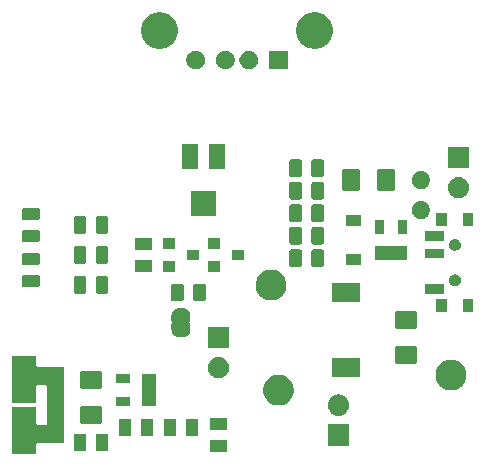
<source format=gbr>
%TF.GenerationSoftware,KiCad,Pcbnew,5.0.2-bee76a0~70~ubuntu18.04.1*%
%TF.CreationDate,2019-02-03T16:19:42+02:00*%
%TF.ProjectId,1Cell_LiPO_BOOST_converter,3143656c-6c5f-44c6-9950-4f5f424f4f53,A*%
%TF.SameCoordinates,Original*%
%TF.FileFunction,Soldermask,Top*%
%TF.FilePolarity,Negative*%
%FSLAX46Y46*%
G04 Gerber Fmt 4.6, Leading zero omitted, Abs format (unit mm)*
G04 Created by KiCad (PCBNEW 5.0.2-bee76a0~70~ubuntu18.04.1) date 2019 m. vasario 03 d. 16:19:42*
%MOMM*%
%LPD*%
G01*
G04 APERTURE LIST*
%ADD10C,0.150000*%
G04 APERTURE END LIST*
D10*
G36*
X129976000Y-113464000D02*
X129978402Y-113488386D01*
X129985515Y-113511835D01*
X129997066Y-113533446D01*
X130012612Y-113552388D01*
X130031554Y-113567934D01*
X130053165Y-113579485D01*
X130076614Y-113586598D01*
X130101000Y-113589000D01*
X132376000Y-113589000D01*
X132376000Y-120091000D01*
X130101000Y-120091000D01*
X130076614Y-120093402D01*
X130053165Y-120100515D01*
X130031554Y-120112066D01*
X130012612Y-120127612D01*
X129997066Y-120146554D01*
X129985515Y-120168165D01*
X129978402Y-120191614D01*
X129976000Y-120216000D01*
X129976000Y-120988500D01*
X127974000Y-120988500D01*
X127974000Y-117041500D01*
X129976000Y-117041500D01*
X129976000Y-118389000D01*
X129978402Y-118413386D01*
X129985515Y-118436835D01*
X129997066Y-118458446D01*
X130012612Y-118477388D01*
X130031554Y-118492934D01*
X130053165Y-118504485D01*
X130076614Y-118511598D01*
X130101000Y-118514000D01*
X130769000Y-118514000D01*
X130793386Y-118511598D01*
X130816835Y-118504485D01*
X130838446Y-118492934D01*
X130857388Y-118477388D01*
X130872934Y-118458446D01*
X130884485Y-118436835D01*
X130891598Y-118413386D01*
X130894000Y-118389000D01*
X130894000Y-115291000D01*
X130891598Y-115266614D01*
X130884485Y-115243165D01*
X130872934Y-115221554D01*
X130857388Y-115202612D01*
X130838446Y-115187066D01*
X130816835Y-115175515D01*
X130793386Y-115168402D01*
X130769000Y-115166000D01*
X130101000Y-115166000D01*
X130076614Y-115168402D01*
X130053165Y-115175515D01*
X130031554Y-115187066D01*
X130012612Y-115202612D01*
X129997066Y-115221554D01*
X129985515Y-115243165D01*
X129978402Y-115266614D01*
X129976000Y-115291000D01*
X129976000Y-116638500D01*
X127974000Y-116638500D01*
X127974000Y-112691500D01*
X129976000Y-112691500D01*
X129976000Y-113464000D01*
X129976000Y-113464000D01*
G37*
G36*
X145999466Y-119783565D02*
X146038137Y-119795296D01*
X146073779Y-119814348D01*
X146105017Y-119839983D01*
X146130652Y-119871221D01*
X146149704Y-119906863D01*
X146161435Y-119945534D01*
X146166000Y-119991888D01*
X146166000Y-120643112D01*
X146161435Y-120689466D01*
X146149704Y-120728137D01*
X146130652Y-120763779D01*
X146105017Y-120795017D01*
X146073779Y-120820652D01*
X146038137Y-120839704D01*
X145999466Y-120851435D01*
X145953112Y-120856000D01*
X144876888Y-120856000D01*
X144830534Y-120851435D01*
X144791863Y-120839704D01*
X144756221Y-120820652D01*
X144724983Y-120795017D01*
X144699348Y-120763779D01*
X144680296Y-120728137D01*
X144668565Y-120689466D01*
X144664000Y-120643112D01*
X144664000Y-119991888D01*
X144668565Y-119945534D01*
X144680296Y-119906863D01*
X144699348Y-119871221D01*
X144724983Y-119839983D01*
X144756221Y-119814348D01*
X144791863Y-119795296D01*
X144830534Y-119783565D01*
X144876888Y-119779000D01*
X145953112Y-119779000D01*
X145999466Y-119783565D01*
X145999466Y-119783565D01*
G37*
G36*
X135929466Y-119268565D02*
X135968137Y-119280296D01*
X136003779Y-119299348D01*
X136035017Y-119324983D01*
X136060652Y-119356221D01*
X136079704Y-119391863D01*
X136091435Y-119430534D01*
X136096000Y-119476888D01*
X136096000Y-120553112D01*
X136091435Y-120599466D01*
X136079704Y-120638137D01*
X136060652Y-120673779D01*
X136035017Y-120705017D01*
X136003779Y-120730652D01*
X135968137Y-120749704D01*
X135929466Y-120761435D01*
X135883112Y-120766000D01*
X135231888Y-120766000D01*
X135185534Y-120761435D01*
X135146863Y-120749704D01*
X135111221Y-120730652D01*
X135079983Y-120705017D01*
X135054348Y-120673779D01*
X135035296Y-120638137D01*
X135023565Y-120599466D01*
X135019000Y-120553112D01*
X135019000Y-119476888D01*
X135023565Y-119430534D01*
X135035296Y-119391863D01*
X135054348Y-119356221D01*
X135079983Y-119324983D01*
X135111221Y-119299348D01*
X135146863Y-119280296D01*
X135185534Y-119268565D01*
X135231888Y-119264000D01*
X135883112Y-119264000D01*
X135929466Y-119268565D01*
X135929466Y-119268565D01*
G37*
G36*
X134054466Y-119268565D02*
X134093137Y-119280296D01*
X134128779Y-119299348D01*
X134160017Y-119324983D01*
X134185652Y-119356221D01*
X134204704Y-119391863D01*
X134216435Y-119430534D01*
X134221000Y-119476888D01*
X134221000Y-120553112D01*
X134216435Y-120599466D01*
X134204704Y-120638137D01*
X134185652Y-120673779D01*
X134160017Y-120705017D01*
X134128779Y-120730652D01*
X134093137Y-120749704D01*
X134054466Y-120761435D01*
X134008112Y-120766000D01*
X133356888Y-120766000D01*
X133310534Y-120761435D01*
X133271863Y-120749704D01*
X133236221Y-120730652D01*
X133204983Y-120705017D01*
X133179348Y-120673779D01*
X133160296Y-120638137D01*
X133148565Y-120599466D01*
X133144000Y-120553112D01*
X133144000Y-119476888D01*
X133148565Y-119430534D01*
X133160296Y-119391863D01*
X133179348Y-119356221D01*
X133204983Y-119324983D01*
X133236221Y-119299348D01*
X133271863Y-119280296D01*
X133310534Y-119268565D01*
X133356888Y-119264000D01*
X134008112Y-119264000D01*
X134054466Y-119268565D01*
X134054466Y-119268565D01*
G37*
G36*
X156476000Y-120281000D02*
X154674000Y-120281000D01*
X154674000Y-118479000D01*
X156476000Y-118479000D01*
X156476000Y-120281000D01*
X156476000Y-120281000D01*
G37*
G36*
X139739466Y-117998565D02*
X139778137Y-118010296D01*
X139813779Y-118029348D01*
X139845017Y-118054983D01*
X139870652Y-118086221D01*
X139889704Y-118121863D01*
X139901435Y-118160534D01*
X139906000Y-118206888D01*
X139906000Y-119283112D01*
X139901435Y-119329466D01*
X139889704Y-119368137D01*
X139870652Y-119403779D01*
X139845017Y-119435017D01*
X139813779Y-119460652D01*
X139778137Y-119479704D01*
X139739466Y-119491435D01*
X139693112Y-119496000D01*
X139041888Y-119496000D01*
X138995534Y-119491435D01*
X138956863Y-119479704D01*
X138921221Y-119460652D01*
X138889983Y-119435017D01*
X138864348Y-119403779D01*
X138845296Y-119368137D01*
X138833565Y-119329466D01*
X138829000Y-119283112D01*
X138829000Y-118206888D01*
X138833565Y-118160534D01*
X138845296Y-118121863D01*
X138864348Y-118086221D01*
X138889983Y-118054983D01*
X138921221Y-118029348D01*
X138956863Y-118010296D01*
X138995534Y-117998565D01*
X139041888Y-117994000D01*
X139693112Y-117994000D01*
X139739466Y-117998565D01*
X139739466Y-117998565D01*
G37*
G36*
X137864466Y-117998565D02*
X137903137Y-118010296D01*
X137938779Y-118029348D01*
X137970017Y-118054983D01*
X137995652Y-118086221D01*
X138014704Y-118121863D01*
X138026435Y-118160534D01*
X138031000Y-118206888D01*
X138031000Y-119283112D01*
X138026435Y-119329466D01*
X138014704Y-119368137D01*
X137995652Y-119403779D01*
X137970017Y-119435017D01*
X137938779Y-119460652D01*
X137903137Y-119479704D01*
X137864466Y-119491435D01*
X137818112Y-119496000D01*
X137166888Y-119496000D01*
X137120534Y-119491435D01*
X137081863Y-119479704D01*
X137046221Y-119460652D01*
X137014983Y-119435017D01*
X136989348Y-119403779D01*
X136970296Y-119368137D01*
X136958565Y-119329466D01*
X136954000Y-119283112D01*
X136954000Y-118206888D01*
X136958565Y-118160534D01*
X136970296Y-118121863D01*
X136989348Y-118086221D01*
X137014983Y-118054983D01*
X137046221Y-118029348D01*
X137081863Y-118010296D01*
X137120534Y-117998565D01*
X137166888Y-117994000D01*
X137818112Y-117994000D01*
X137864466Y-117998565D01*
X137864466Y-117998565D01*
G37*
G36*
X141674466Y-117998565D02*
X141713137Y-118010296D01*
X141748779Y-118029348D01*
X141780017Y-118054983D01*
X141805652Y-118086221D01*
X141824704Y-118121863D01*
X141836435Y-118160534D01*
X141841000Y-118206888D01*
X141841000Y-119283112D01*
X141836435Y-119329466D01*
X141824704Y-119368137D01*
X141805652Y-119403779D01*
X141780017Y-119435017D01*
X141748779Y-119460652D01*
X141713137Y-119479704D01*
X141674466Y-119491435D01*
X141628112Y-119496000D01*
X140976888Y-119496000D01*
X140930534Y-119491435D01*
X140891863Y-119479704D01*
X140856221Y-119460652D01*
X140824983Y-119435017D01*
X140799348Y-119403779D01*
X140780296Y-119368137D01*
X140768565Y-119329466D01*
X140764000Y-119283112D01*
X140764000Y-118206888D01*
X140768565Y-118160534D01*
X140780296Y-118121863D01*
X140799348Y-118086221D01*
X140824983Y-118054983D01*
X140856221Y-118029348D01*
X140891863Y-118010296D01*
X140930534Y-117998565D01*
X140976888Y-117994000D01*
X141628112Y-117994000D01*
X141674466Y-117998565D01*
X141674466Y-117998565D01*
G37*
G36*
X143549466Y-117998565D02*
X143588137Y-118010296D01*
X143623779Y-118029348D01*
X143655017Y-118054983D01*
X143680652Y-118086221D01*
X143699704Y-118121863D01*
X143711435Y-118160534D01*
X143716000Y-118206888D01*
X143716000Y-119283112D01*
X143711435Y-119329466D01*
X143699704Y-119368137D01*
X143680652Y-119403779D01*
X143655017Y-119435017D01*
X143623779Y-119460652D01*
X143588137Y-119479704D01*
X143549466Y-119491435D01*
X143503112Y-119496000D01*
X142851888Y-119496000D01*
X142805534Y-119491435D01*
X142766863Y-119479704D01*
X142731221Y-119460652D01*
X142699983Y-119435017D01*
X142674348Y-119403779D01*
X142655296Y-119368137D01*
X142643565Y-119329466D01*
X142639000Y-119283112D01*
X142639000Y-118206888D01*
X142643565Y-118160534D01*
X142655296Y-118121863D01*
X142674348Y-118086221D01*
X142699983Y-118054983D01*
X142731221Y-118029348D01*
X142766863Y-118010296D01*
X142805534Y-117998565D01*
X142851888Y-117994000D01*
X143503112Y-117994000D01*
X143549466Y-117998565D01*
X143549466Y-117998565D01*
G37*
G36*
X145999466Y-117908565D02*
X146038137Y-117920296D01*
X146073779Y-117939348D01*
X146105017Y-117964983D01*
X146130652Y-117996221D01*
X146149704Y-118031863D01*
X146161435Y-118070534D01*
X146166000Y-118116888D01*
X146166000Y-118768112D01*
X146161435Y-118814466D01*
X146149704Y-118853137D01*
X146130652Y-118888779D01*
X146105017Y-118920017D01*
X146073779Y-118945652D01*
X146038137Y-118964704D01*
X145999466Y-118976435D01*
X145953112Y-118981000D01*
X144876888Y-118981000D01*
X144830534Y-118976435D01*
X144791863Y-118964704D01*
X144756221Y-118945652D01*
X144724983Y-118920017D01*
X144699348Y-118888779D01*
X144680296Y-118853137D01*
X144668565Y-118814466D01*
X144664000Y-118768112D01*
X144664000Y-118116888D01*
X144668565Y-118070534D01*
X144680296Y-118031863D01*
X144699348Y-117996221D01*
X144724983Y-117964983D01*
X144756221Y-117939348D01*
X144791863Y-117920296D01*
X144830534Y-117908565D01*
X144876888Y-117904000D01*
X145953112Y-117904000D01*
X145999466Y-117908565D01*
X145999466Y-117908565D01*
G37*
G36*
X135395562Y-116933181D02*
X135430477Y-116943773D01*
X135462665Y-116960978D01*
X135490873Y-116984127D01*
X135514022Y-117012335D01*
X135531227Y-117044523D01*
X135541819Y-117079438D01*
X135546000Y-117121895D01*
X135546000Y-118263105D01*
X135541819Y-118305562D01*
X135531227Y-118340477D01*
X135514022Y-118372665D01*
X135490873Y-118400873D01*
X135462665Y-118424022D01*
X135430477Y-118441227D01*
X135395562Y-118451819D01*
X135353105Y-118456000D01*
X133886895Y-118456000D01*
X133844438Y-118451819D01*
X133809523Y-118441227D01*
X133777335Y-118424022D01*
X133749127Y-118400873D01*
X133725978Y-118372665D01*
X133708773Y-118340477D01*
X133698181Y-118305562D01*
X133694000Y-118263105D01*
X133694000Y-117121895D01*
X133698181Y-117079438D01*
X133708773Y-117044523D01*
X133725978Y-117012335D01*
X133749127Y-116984127D01*
X133777335Y-116960978D01*
X133809523Y-116943773D01*
X133844438Y-116933181D01*
X133886895Y-116929000D01*
X135353105Y-116929000D01*
X135395562Y-116933181D01*
X135395562Y-116933181D01*
G37*
G36*
X155685442Y-115945518D02*
X155751627Y-115952037D01*
X155864853Y-115986384D01*
X155921467Y-116003557D01*
X156060087Y-116077652D01*
X156077991Y-116087222D01*
X156113729Y-116116552D01*
X156215186Y-116199814D01*
X156298448Y-116301271D01*
X156327778Y-116337009D01*
X156327779Y-116337011D01*
X156411443Y-116493533D01*
X156411443Y-116493534D01*
X156462963Y-116663373D01*
X156480359Y-116840000D01*
X156462963Y-117016627D01*
X156439378Y-117094376D01*
X156411443Y-117186467D01*
X156405869Y-117196895D01*
X156327778Y-117342991D01*
X156298448Y-117378729D01*
X156215186Y-117480186D01*
X156113729Y-117563448D01*
X156077991Y-117592778D01*
X156077989Y-117592779D01*
X155921467Y-117676443D01*
X155864853Y-117693616D01*
X155751627Y-117727963D01*
X155685442Y-117734482D01*
X155619260Y-117741000D01*
X155530740Y-117741000D01*
X155464558Y-117734482D01*
X155398373Y-117727963D01*
X155285147Y-117693616D01*
X155228533Y-117676443D01*
X155072011Y-117592779D01*
X155072009Y-117592778D01*
X155036271Y-117563448D01*
X154934814Y-117480186D01*
X154851552Y-117378729D01*
X154822222Y-117342991D01*
X154744131Y-117196895D01*
X154738557Y-117186467D01*
X154710622Y-117094376D01*
X154687037Y-117016627D01*
X154669641Y-116840000D01*
X154687037Y-116663373D01*
X154738557Y-116493534D01*
X154738557Y-116493533D01*
X154822221Y-116337011D01*
X154822222Y-116337009D01*
X154851552Y-116301271D01*
X154934814Y-116199814D01*
X155036271Y-116116552D01*
X155072009Y-116087222D01*
X155089913Y-116077652D01*
X155228533Y-116003557D01*
X155285147Y-115986384D01*
X155398373Y-115952037D01*
X155464558Y-115945518D01*
X155530740Y-115939000D01*
X155619260Y-115939000D01*
X155685442Y-115945518D01*
X155685442Y-115945518D01*
G37*
G36*
X140111000Y-116896000D02*
X138949000Y-116896000D01*
X138949000Y-114244000D01*
X140111000Y-114244000D01*
X140111000Y-116896000D01*
X140111000Y-116896000D01*
G37*
G36*
X137911000Y-116896000D02*
X136749000Y-116896000D01*
X136749000Y-116144000D01*
X137911000Y-116144000D01*
X137911000Y-116896000D01*
X137911000Y-116896000D01*
G37*
G36*
X150874485Y-114318996D02*
X150874487Y-114318997D01*
X150874488Y-114318997D01*
X151111255Y-114417069D01*
X151324342Y-114559449D01*
X151505551Y-114740658D01*
X151505553Y-114740661D01*
X151647931Y-114953745D01*
X151744576Y-115187066D01*
X151746004Y-115190515D01*
X151796000Y-115441861D01*
X151796000Y-115698139D01*
X151746004Y-115949485D01*
X151647931Y-116186255D01*
X151505551Y-116399342D01*
X151324342Y-116580551D01*
X151324339Y-116580553D01*
X151111255Y-116722931D01*
X150874488Y-116821003D01*
X150874487Y-116821003D01*
X150874485Y-116821004D01*
X150623139Y-116871000D01*
X150366861Y-116871000D01*
X150115515Y-116821004D01*
X150115513Y-116821003D01*
X150115512Y-116821003D01*
X149878745Y-116722931D01*
X149665661Y-116580553D01*
X149665658Y-116580551D01*
X149484449Y-116399342D01*
X149342069Y-116186255D01*
X149243996Y-115949485D01*
X149194000Y-115698139D01*
X149194000Y-115441861D01*
X149243996Y-115190515D01*
X149245425Y-115187066D01*
X149342069Y-114953745D01*
X149484447Y-114740661D01*
X149484449Y-114740658D01*
X149665658Y-114559449D01*
X149878745Y-114417069D01*
X150115512Y-114318997D01*
X150115513Y-114318997D01*
X150115515Y-114318996D01*
X150366861Y-114269000D01*
X150623139Y-114269000D01*
X150874485Y-114318996D01*
X150874485Y-114318996D01*
G37*
G36*
X165479485Y-113048996D02*
X165479487Y-113048997D01*
X165479488Y-113048997D01*
X165622187Y-113108105D01*
X165716255Y-113147069D01*
X165929342Y-113289449D01*
X166110551Y-113470658D01*
X166252931Y-113683745D01*
X166351004Y-113920515D01*
X166401000Y-114171861D01*
X166401000Y-114428139D01*
X166373578Y-114566000D01*
X166351003Y-114679488D01*
X166325664Y-114740661D01*
X166252931Y-114916255D01*
X166110551Y-115129342D01*
X165929342Y-115310551D01*
X165929339Y-115310553D01*
X165716255Y-115452931D01*
X165479488Y-115551003D01*
X165479487Y-115551003D01*
X165479485Y-115551004D01*
X165228139Y-115601000D01*
X164971861Y-115601000D01*
X164720515Y-115551004D01*
X164720513Y-115551003D01*
X164720512Y-115551003D01*
X164483745Y-115452931D01*
X164270661Y-115310553D01*
X164270658Y-115310551D01*
X164089449Y-115129342D01*
X163947069Y-114916255D01*
X163874336Y-114740661D01*
X163848997Y-114679488D01*
X163826423Y-114566000D01*
X163799000Y-114428139D01*
X163799000Y-114171861D01*
X163848996Y-113920515D01*
X163947069Y-113683745D01*
X164089449Y-113470658D01*
X164270658Y-113289449D01*
X164483745Y-113147069D01*
X164577813Y-113108105D01*
X164720512Y-113048997D01*
X164720513Y-113048997D01*
X164720515Y-113048996D01*
X164971861Y-112999000D01*
X165228139Y-112999000D01*
X165479485Y-113048996D01*
X165479485Y-113048996D01*
G37*
G36*
X135395562Y-113958181D02*
X135430477Y-113968773D01*
X135462665Y-113985978D01*
X135490873Y-114009127D01*
X135514022Y-114037335D01*
X135531227Y-114069523D01*
X135541819Y-114104438D01*
X135546000Y-114146895D01*
X135546000Y-115288105D01*
X135541819Y-115330562D01*
X135531227Y-115365477D01*
X135514022Y-115397665D01*
X135490873Y-115425873D01*
X135462665Y-115449022D01*
X135430477Y-115466227D01*
X135395562Y-115476819D01*
X135353105Y-115481000D01*
X133886895Y-115481000D01*
X133844438Y-115476819D01*
X133809523Y-115466227D01*
X133777335Y-115449022D01*
X133749127Y-115425873D01*
X133725978Y-115397665D01*
X133708773Y-115365477D01*
X133698181Y-115330562D01*
X133694000Y-115288105D01*
X133694000Y-114146895D01*
X133698181Y-114104438D01*
X133708773Y-114069523D01*
X133725978Y-114037335D01*
X133749127Y-114009127D01*
X133777335Y-113985978D01*
X133809523Y-113968773D01*
X133844438Y-113958181D01*
X133886895Y-113954000D01*
X135353105Y-113954000D01*
X135395562Y-113958181D01*
X135395562Y-113958181D01*
G37*
G36*
X137911000Y-114996000D02*
X136749000Y-114996000D01*
X136749000Y-114244000D01*
X137911000Y-114244000D01*
X137911000Y-114996000D01*
X137911000Y-114996000D01*
G37*
G36*
X145525442Y-112770518D02*
X145591627Y-112777037D01*
X145704853Y-112811384D01*
X145761467Y-112828557D01*
X145874546Y-112889000D01*
X145917991Y-112912222D01*
X145953729Y-112941552D01*
X146055186Y-113024814D01*
X146123540Y-113108105D01*
X146167778Y-113162009D01*
X146167779Y-113162011D01*
X146251443Y-113318533D01*
X146251443Y-113318534D01*
X146302963Y-113488373D01*
X146320359Y-113665000D01*
X146302963Y-113841627D01*
X146268875Y-113954000D01*
X146251443Y-114011467D01*
X146179054Y-114146895D01*
X146167778Y-114167991D01*
X146164600Y-114171863D01*
X146055186Y-114305186D01*
X145953729Y-114388448D01*
X145917991Y-114417778D01*
X145917989Y-114417779D01*
X145761467Y-114501443D01*
X145704853Y-114518616D01*
X145591627Y-114552963D01*
X145525793Y-114559447D01*
X145459260Y-114566000D01*
X145370740Y-114566000D01*
X145304207Y-114559447D01*
X145238373Y-114552963D01*
X145125147Y-114518616D01*
X145068533Y-114501443D01*
X144912011Y-114417779D01*
X144912009Y-114417778D01*
X144876271Y-114388448D01*
X144774814Y-114305186D01*
X144665400Y-114171863D01*
X144662222Y-114167991D01*
X144650946Y-114146895D01*
X144578557Y-114011467D01*
X144561125Y-113954000D01*
X144527037Y-113841627D01*
X144509641Y-113665000D01*
X144527037Y-113488373D01*
X144578557Y-113318534D01*
X144578557Y-113318533D01*
X144662221Y-113162011D01*
X144662222Y-113162009D01*
X144706460Y-113108105D01*
X144774814Y-113024814D01*
X144876271Y-112941552D01*
X144912009Y-112912222D01*
X144955454Y-112889000D01*
X145068533Y-112828557D01*
X145125147Y-112811384D01*
X145238373Y-112777037D01*
X145304558Y-112770518D01*
X145370740Y-112764000D01*
X145459260Y-112764000D01*
X145525442Y-112770518D01*
X145525442Y-112770518D01*
G37*
G36*
X157361000Y-114491000D02*
X155059000Y-114491000D01*
X155059000Y-112889000D01*
X157361000Y-112889000D01*
X157361000Y-114491000D01*
X157361000Y-114491000D01*
G37*
G36*
X162065562Y-111853181D02*
X162100477Y-111863773D01*
X162132665Y-111880978D01*
X162160873Y-111904127D01*
X162184022Y-111932335D01*
X162201227Y-111964523D01*
X162211819Y-111999438D01*
X162216000Y-112041895D01*
X162216000Y-113183105D01*
X162211819Y-113225562D01*
X162201227Y-113260477D01*
X162184022Y-113292665D01*
X162160873Y-113320873D01*
X162132665Y-113344022D01*
X162100477Y-113361227D01*
X162065562Y-113371819D01*
X162023105Y-113376000D01*
X160556895Y-113376000D01*
X160514438Y-113371819D01*
X160479523Y-113361227D01*
X160447335Y-113344022D01*
X160419127Y-113320873D01*
X160395978Y-113292665D01*
X160378773Y-113260477D01*
X160368181Y-113225562D01*
X160364000Y-113183105D01*
X160364000Y-112041895D01*
X160368181Y-111999438D01*
X160378773Y-111964523D01*
X160395978Y-111932335D01*
X160419127Y-111904127D01*
X160447335Y-111880978D01*
X160479523Y-111863773D01*
X160514438Y-111853181D01*
X160556895Y-111849000D01*
X162023105Y-111849000D01*
X162065562Y-111853181D01*
X162065562Y-111853181D01*
G37*
G36*
X146316000Y-112026000D02*
X144514000Y-112026000D01*
X144514000Y-110224000D01*
X146316000Y-110224000D01*
X146316000Y-112026000D01*
X146316000Y-112026000D01*
G37*
G36*
X142502198Y-108654954D02*
X142514450Y-108655556D01*
X142532869Y-108655556D01*
X142555149Y-108657750D01*
X142639236Y-108674476D01*
X142660655Y-108680974D01*
X142739871Y-108713785D01*
X142759607Y-108724335D01*
X142830897Y-108771969D01*
X142848208Y-108786176D01*
X142908824Y-108846792D01*
X142923031Y-108864103D01*
X142970665Y-108935393D01*
X142981215Y-108955129D01*
X143014026Y-109034345D01*
X143020524Y-109055764D01*
X143037250Y-109139851D01*
X143039444Y-109162131D01*
X143039444Y-109180550D01*
X143040046Y-109192802D01*
X143041852Y-109211140D01*
X143041852Y-109698860D01*
X143040263Y-109714999D01*
X143037347Y-109724611D01*
X143032612Y-109733469D01*
X143026237Y-109741237D01*
X143013798Y-109751446D01*
X143003432Y-109758372D01*
X142986105Y-109775698D01*
X142972490Y-109796073D01*
X142963112Y-109818711D01*
X142958331Y-109842745D01*
X142958331Y-109867249D01*
X142963111Y-109891283D01*
X142972487Y-109913922D01*
X142986101Y-109934297D01*
X143003427Y-109951624D01*
X143013796Y-109958552D01*
X143026237Y-109968763D01*
X143032612Y-109976531D01*
X143037347Y-109985389D01*
X143040263Y-109995001D01*
X143041852Y-110011140D01*
X143041852Y-110498861D01*
X143040046Y-110517198D01*
X143039444Y-110529450D01*
X143039444Y-110547869D01*
X143037250Y-110570149D01*
X143020524Y-110654236D01*
X143014026Y-110675655D01*
X142981215Y-110754871D01*
X142970665Y-110774607D01*
X142923031Y-110845897D01*
X142908824Y-110863208D01*
X142848208Y-110923824D01*
X142830897Y-110938031D01*
X142759607Y-110985665D01*
X142739871Y-110996215D01*
X142660655Y-111029026D01*
X142639236Y-111035524D01*
X142555149Y-111052250D01*
X142532869Y-111054444D01*
X142514450Y-111054444D01*
X142502198Y-111055046D01*
X142483861Y-111056852D01*
X141996139Y-111056852D01*
X141977802Y-111055046D01*
X141965550Y-111054444D01*
X141947131Y-111054444D01*
X141924851Y-111052250D01*
X141840764Y-111035524D01*
X141819345Y-111029026D01*
X141740129Y-110996215D01*
X141720393Y-110985665D01*
X141649103Y-110938031D01*
X141631792Y-110923824D01*
X141571176Y-110863208D01*
X141556969Y-110845897D01*
X141509335Y-110774607D01*
X141498785Y-110754871D01*
X141465974Y-110675655D01*
X141459476Y-110654236D01*
X141442750Y-110570149D01*
X141440556Y-110547869D01*
X141440556Y-110529450D01*
X141439954Y-110517198D01*
X141438148Y-110498861D01*
X141438148Y-110011140D01*
X141439737Y-109995001D01*
X141442653Y-109985389D01*
X141447388Y-109976531D01*
X141453763Y-109968763D01*
X141466202Y-109958554D01*
X141476568Y-109951628D01*
X141493895Y-109934302D01*
X141507510Y-109913927D01*
X141516888Y-109891289D01*
X141521669Y-109867255D01*
X141521669Y-109842751D01*
X141516889Y-109818717D01*
X141507513Y-109796078D01*
X141493899Y-109775703D01*
X141476573Y-109758376D01*
X141466204Y-109751448D01*
X141453763Y-109741237D01*
X141447388Y-109733469D01*
X141442653Y-109724611D01*
X141439737Y-109714999D01*
X141438148Y-109698860D01*
X141438148Y-109211140D01*
X141439954Y-109192802D01*
X141440556Y-109180550D01*
X141440556Y-109162131D01*
X141442750Y-109139851D01*
X141459476Y-109055764D01*
X141465974Y-109034345D01*
X141498785Y-108955129D01*
X141509335Y-108935393D01*
X141556969Y-108864103D01*
X141571176Y-108846792D01*
X141631792Y-108786176D01*
X141649103Y-108771969D01*
X141720393Y-108724335D01*
X141740129Y-108713785D01*
X141819345Y-108680974D01*
X141840764Y-108674476D01*
X141924851Y-108657750D01*
X141947131Y-108655556D01*
X141965550Y-108655556D01*
X141977802Y-108654954D01*
X141996140Y-108653148D01*
X142483860Y-108653148D01*
X142502198Y-108654954D01*
X142502198Y-108654954D01*
G37*
G36*
X162065562Y-108878181D02*
X162100477Y-108888773D01*
X162132665Y-108905978D01*
X162160873Y-108929127D01*
X162184022Y-108957335D01*
X162201227Y-108989523D01*
X162211819Y-109024438D01*
X162216000Y-109066895D01*
X162216000Y-110208105D01*
X162211819Y-110250562D01*
X162201227Y-110285477D01*
X162184022Y-110317665D01*
X162160873Y-110345873D01*
X162132665Y-110369022D01*
X162100477Y-110386227D01*
X162065562Y-110396819D01*
X162023105Y-110401000D01*
X160556895Y-110401000D01*
X160514438Y-110396819D01*
X160479523Y-110386227D01*
X160447335Y-110369022D01*
X160419127Y-110345873D01*
X160395978Y-110317665D01*
X160378773Y-110285477D01*
X160368181Y-110250562D01*
X160364000Y-110208105D01*
X160364000Y-109066895D01*
X160368181Y-109024438D01*
X160378773Y-108989523D01*
X160395978Y-108957335D01*
X160419127Y-108929127D01*
X160447335Y-108905978D01*
X160479523Y-108888773D01*
X160514438Y-108878181D01*
X160556895Y-108874000D01*
X162023105Y-108874000D01*
X162065562Y-108878181D01*
X162065562Y-108878181D01*
G37*
G36*
X166981000Y-108976000D02*
X166079000Y-108976000D01*
X166079000Y-107874000D01*
X166981000Y-107874000D01*
X166981000Y-108976000D01*
X166981000Y-108976000D01*
G37*
G36*
X164771000Y-108976000D02*
X163869000Y-108976000D01*
X163869000Y-107874000D01*
X164771000Y-107874000D01*
X164771000Y-108976000D01*
X164771000Y-108976000D01*
G37*
G36*
X157361000Y-108091000D02*
X155059000Y-108091000D01*
X155059000Y-106489000D01*
X157361000Y-106489000D01*
X157361000Y-108091000D01*
X157361000Y-108091000D01*
G37*
G36*
X144184466Y-106568565D02*
X144223137Y-106580296D01*
X144258779Y-106599348D01*
X144290017Y-106624983D01*
X144315652Y-106656221D01*
X144334704Y-106691863D01*
X144346435Y-106730534D01*
X144351000Y-106776888D01*
X144351000Y-107853112D01*
X144346435Y-107899466D01*
X144334704Y-107938137D01*
X144315652Y-107973779D01*
X144290017Y-108005017D01*
X144258779Y-108030652D01*
X144223137Y-108049704D01*
X144184466Y-108061435D01*
X144138112Y-108066000D01*
X143486888Y-108066000D01*
X143440534Y-108061435D01*
X143401863Y-108049704D01*
X143366221Y-108030652D01*
X143334983Y-108005017D01*
X143309348Y-107973779D01*
X143290296Y-107938137D01*
X143278565Y-107899466D01*
X143274000Y-107853112D01*
X143274000Y-106776888D01*
X143278565Y-106730534D01*
X143290296Y-106691863D01*
X143309348Y-106656221D01*
X143334983Y-106624983D01*
X143366221Y-106599348D01*
X143401863Y-106580296D01*
X143440534Y-106568565D01*
X143486888Y-106564000D01*
X144138112Y-106564000D01*
X144184466Y-106568565D01*
X144184466Y-106568565D01*
G37*
G36*
X142309466Y-106568565D02*
X142348137Y-106580296D01*
X142383779Y-106599348D01*
X142415017Y-106624983D01*
X142440652Y-106656221D01*
X142459704Y-106691863D01*
X142471435Y-106730534D01*
X142476000Y-106776888D01*
X142476000Y-107853112D01*
X142471435Y-107899466D01*
X142459704Y-107938137D01*
X142440652Y-107973779D01*
X142415017Y-108005017D01*
X142383779Y-108030652D01*
X142348137Y-108049704D01*
X142309466Y-108061435D01*
X142263112Y-108066000D01*
X141611888Y-108066000D01*
X141565534Y-108061435D01*
X141526863Y-108049704D01*
X141491221Y-108030652D01*
X141459983Y-108005017D01*
X141434348Y-107973779D01*
X141415296Y-107938137D01*
X141403565Y-107899466D01*
X141399000Y-107853112D01*
X141399000Y-106776888D01*
X141403565Y-106730534D01*
X141415296Y-106691863D01*
X141434348Y-106656221D01*
X141459983Y-106624983D01*
X141491221Y-106599348D01*
X141526863Y-106580296D01*
X141565534Y-106568565D01*
X141611888Y-106564000D01*
X142263112Y-106564000D01*
X142309466Y-106568565D01*
X142309466Y-106568565D01*
G37*
G36*
X150239485Y-105428996D02*
X150239487Y-105428997D01*
X150239488Y-105428997D01*
X150289682Y-105449788D01*
X150476255Y-105527069D01*
X150689342Y-105669449D01*
X150870551Y-105850658D01*
X150870553Y-105850661D01*
X151012931Y-106063745D01*
X151079997Y-106225656D01*
X151111004Y-106300515D01*
X151161000Y-106551861D01*
X151161000Y-106808139D01*
X151111004Y-107059485D01*
X151012931Y-107296255D01*
X150870551Y-107509342D01*
X150689342Y-107690551D01*
X150689339Y-107690553D01*
X150476255Y-107832931D01*
X150239488Y-107931003D01*
X150239487Y-107931003D01*
X150239485Y-107931004D01*
X149988139Y-107981000D01*
X149731861Y-107981000D01*
X149480515Y-107931004D01*
X149480513Y-107931003D01*
X149480512Y-107931003D01*
X149243745Y-107832931D01*
X149030661Y-107690553D01*
X149030658Y-107690551D01*
X148849449Y-107509342D01*
X148707069Y-107296255D01*
X148608996Y-107059485D01*
X148559000Y-106808139D01*
X148559000Y-106551861D01*
X148608996Y-106300515D01*
X148640004Y-106225656D01*
X148707069Y-106063745D01*
X148849447Y-105850661D01*
X148849449Y-105850658D01*
X149030658Y-105669449D01*
X149243745Y-105527069D01*
X149430318Y-105449788D01*
X149480512Y-105428997D01*
X149480513Y-105428997D01*
X149480515Y-105428996D01*
X149731861Y-105379000D01*
X149988139Y-105379000D01*
X150239485Y-105428996D01*
X150239485Y-105428996D01*
G37*
G36*
X134054466Y-105933565D02*
X134093137Y-105945296D01*
X134128779Y-105964348D01*
X134160017Y-105989983D01*
X134185652Y-106021221D01*
X134204704Y-106056863D01*
X134216435Y-106095534D01*
X134221000Y-106141888D01*
X134221000Y-107218112D01*
X134216435Y-107264466D01*
X134204704Y-107303137D01*
X134185652Y-107338779D01*
X134160017Y-107370017D01*
X134128779Y-107395652D01*
X134093137Y-107414704D01*
X134054466Y-107426435D01*
X134008112Y-107431000D01*
X133356888Y-107431000D01*
X133310534Y-107426435D01*
X133271863Y-107414704D01*
X133236221Y-107395652D01*
X133204983Y-107370017D01*
X133179348Y-107338779D01*
X133160296Y-107303137D01*
X133148565Y-107264466D01*
X133144000Y-107218112D01*
X133144000Y-106141888D01*
X133148565Y-106095534D01*
X133160296Y-106056863D01*
X133179348Y-106021221D01*
X133204983Y-105989983D01*
X133236221Y-105964348D01*
X133271863Y-105945296D01*
X133310534Y-105933565D01*
X133356888Y-105929000D01*
X134008112Y-105929000D01*
X134054466Y-105933565D01*
X134054466Y-105933565D01*
G37*
G36*
X135929466Y-105933565D02*
X135968137Y-105945296D01*
X136003779Y-105964348D01*
X136035017Y-105989983D01*
X136060652Y-106021221D01*
X136079704Y-106056863D01*
X136091435Y-106095534D01*
X136096000Y-106141888D01*
X136096000Y-107218112D01*
X136091435Y-107264466D01*
X136079704Y-107303137D01*
X136060652Y-107338779D01*
X136035017Y-107370017D01*
X136003779Y-107395652D01*
X135968137Y-107414704D01*
X135929466Y-107426435D01*
X135883112Y-107431000D01*
X135231888Y-107431000D01*
X135185534Y-107426435D01*
X135146863Y-107414704D01*
X135111221Y-107395652D01*
X135079983Y-107370017D01*
X135054348Y-107338779D01*
X135035296Y-107303137D01*
X135023565Y-107264466D01*
X135019000Y-107218112D01*
X135019000Y-106141888D01*
X135023565Y-106095534D01*
X135035296Y-106056863D01*
X135054348Y-106021221D01*
X135079983Y-105989983D01*
X135111221Y-105964348D01*
X135146863Y-105945296D01*
X135185534Y-105933565D01*
X135231888Y-105929000D01*
X135883112Y-105929000D01*
X135929466Y-105933565D01*
X135929466Y-105933565D01*
G37*
G36*
X164471000Y-107426000D02*
X162869000Y-107426000D01*
X162869000Y-106624000D01*
X164471000Y-106624000D01*
X164471000Y-107426000D01*
X164471000Y-107426000D01*
G37*
G36*
X130124466Y-105813565D02*
X130163137Y-105825296D01*
X130198779Y-105844348D01*
X130230017Y-105869983D01*
X130255652Y-105901221D01*
X130274704Y-105936863D01*
X130286435Y-105975534D01*
X130291000Y-106021888D01*
X130291000Y-106673112D01*
X130286435Y-106719466D01*
X130274704Y-106758137D01*
X130255652Y-106793779D01*
X130230017Y-106825017D01*
X130198779Y-106850652D01*
X130163137Y-106869704D01*
X130124466Y-106881435D01*
X130078112Y-106886000D01*
X129001888Y-106886000D01*
X128955534Y-106881435D01*
X128916863Y-106869704D01*
X128881221Y-106850652D01*
X128849983Y-106825017D01*
X128824348Y-106793779D01*
X128805296Y-106758137D01*
X128793565Y-106719466D01*
X128789000Y-106673112D01*
X128789000Y-106021888D01*
X128793565Y-105975534D01*
X128805296Y-105936863D01*
X128824348Y-105901221D01*
X128849983Y-105869983D01*
X128881221Y-105844348D01*
X128916863Y-105825296D01*
X128955534Y-105813565D01*
X129001888Y-105809000D01*
X130078112Y-105809000D01*
X130124466Y-105813565D01*
X130124466Y-105813565D01*
G37*
G36*
X165576136Y-105793253D02*
X165667312Y-105831019D01*
X165749372Y-105885850D01*
X165819150Y-105955628D01*
X165873981Y-106037688D01*
X165911747Y-106128864D01*
X165931000Y-106225656D01*
X165931000Y-106324344D01*
X165911747Y-106421136D01*
X165873981Y-106512312D01*
X165819150Y-106594372D01*
X165749372Y-106664150D01*
X165667312Y-106718981D01*
X165576136Y-106756747D01*
X165479344Y-106776000D01*
X165380656Y-106776000D01*
X165283864Y-106756747D01*
X165192688Y-106718981D01*
X165110628Y-106664150D01*
X165040850Y-106594372D01*
X164986019Y-106512312D01*
X164948253Y-106421136D01*
X164929000Y-106324344D01*
X164929000Y-106225656D01*
X164948253Y-106128864D01*
X164986019Y-106037688D01*
X165040850Y-105955628D01*
X165110628Y-105885850D01*
X165192688Y-105831019D01*
X165283864Y-105793253D01*
X165380656Y-105774000D01*
X165479344Y-105774000D01*
X165576136Y-105793253D01*
X165576136Y-105793253D01*
G37*
G36*
X139649466Y-104543565D02*
X139688137Y-104555296D01*
X139723779Y-104574348D01*
X139755017Y-104599983D01*
X139780652Y-104631221D01*
X139799704Y-104666863D01*
X139811435Y-104705534D01*
X139816000Y-104751888D01*
X139816000Y-105403112D01*
X139811435Y-105449466D01*
X139799704Y-105488137D01*
X139780652Y-105523779D01*
X139755017Y-105555017D01*
X139723779Y-105580652D01*
X139688137Y-105599704D01*
X139649466Y-105611435D01*
X139603112Y-105616000D01*
X138526888Y-105616000D01*
X138480534Y-105611435D01*
X138441863Y-105599704D01*
X138406221Y-105580652D01*
X138374983Y-105555017D01*
X138349348Y-105523779D01*
X138330296Y-105488137D01*
X138318565Y-105449466D01*
X138314000Y-105403112D01*
X138314000Y-104751888D01*
X138318565Y-104705534D01*
X138330296Y-104666863D01*
X138349348Y-104631221D01*
X138374983Y-104599983D01*
X138406221Y-104574348D01*
X138441863Y-104555296D01*
X138480534Y-104543565D01*
X138526888Y-104539000D01*
X139603112Y-104539000D01*
X139649466Y-104543565D01*
X139649466Y-104543565D01*
G37*
G36*
X141741000Y-105541000D02*
X140739000Y-105541000D01*
X140739000Y-104639000D01*
X141741000Y-104639000D01*
X141741000Y-105541000D01*
X141741000Y-105541000D01*
G37*
G36*
X145551000Y-105541000D02*
X144549000Y-105541000D01*
X144549000Y-104639000D01*
X145551000Y-104639000D01*
X145551000Y-105541000D01*
X145551000Y-105541000D01*
G37*
G36*
X154195102Y-103661479D02*
X154233773Y-103673210D01*
X154269415Y-103692262D01*
X154300653Y-103717897D01*
X154326288Y-103749135D01*
X154345340Y-103784777D01*
X154357071Y-103823448D01*
X154361636Y-103869802D01*
X154361636Y-104946026D01*
X154357071Y-104992380D01*
X154345340Y-105031051D01*
X154326288Y-105066693D01*
X154300653Y-105097931D01*
X154269415Y-105123566D01*
X154233773Y-105142618D01*
X154195102Y-105154349D01*
X154148748Y-105158914D01*
X153497524Y-105158914D01*
X153451170Y-105154349D01*
X153412499Y-105142618D01*
X153376857Y-105123566D01*
X153345619Y-105097931D01*
X153319984Y-105066693D01*
X153300932Y-105031051D01*
X153289201Y-104992380D01*
X153284636Y-104946026D01*
X153284636Y-103869802D01*
X153289201Y-103823448D01*
X153300932Y-103784777D01*
X153319984Y-103749135D01*
X153345619Y-103717897D01*
X153376857Y-103692262D01*
X153412499Y-103673210D01*
X153451170Y-103661479D01*
X153497524Y-103656914D01*
X154148748Y-103656914D01*
X154195102Y-103661479D01*
X154195102Y-103661479D01*
G37*
G36*
X152320102Y-103661479D02*
X152358773Y-103673210D01*
X152394415Y-103692262D01*
X152425653Y-103717897D01*
X152451288Y-103749135D01*
X152470340Y-103784777D01*
X152482071Y-103823448D01*
X152486636Y-103869802D01*
X152486636Y-104946026D01*
X152482071Y-104992380D01*
X152470340Y-105031051D01*
X152451288Y-105066693D01*
X152425653Y-105097931D01*
X152394415Y-105123566D01*
X152358773Y-105142618D01*
X152320102Y-105154349D01*
X152273748Y-105158914D01*
X151622524Y-105158914D01*
X151576170Y-105154349D01*
X151537499Y-105142618D01*
X151501857Y-105123566D01*
X151470619Y-105097931D01*
X151444984Y-105066693D01*
X151425932Y-105031051D01*
X151414201Y-104992380D01*
X151409636Y-104946026D01*
X151409636Y-103869802D01*
X151414201Y-103823448D01*
X151425932Y-103784777D01*
X151444984Y-103749135D01*
X151470619Y-103717897D01*
X151501857Y-103692262D01*
X151537499Y-103673210D01*
X151576170Y-103661479D01*
X151622524Y-103656914D01*
X152273748Y-103656914D01*
X152320102Y-103661479D01*
X152320102Y-103661479D01*
G37*
G36*
X157496000Y-105021000D02*
X156194000Y-105021000D01*
X156194000Y-104019000D01*
X157496000Y-104019000D01*
X157496000Y-105021000D01*
X157496000Y-105021000D01*
G37*
G36*
X130124466Y-103938565D02*
X130163137Y-103950296D01*
X130198779Y-103969348D01*
X130230017Y-103994983D01*
X130255652Y-104026221D01*
X130274704Y-104061863D01*
X130286435Y-104100534D01*
X130291000Y-104146888D01*
X130291000Y-104798112D01*
X130286435Y-104844466D01*
X130274704Y-104883137D01*
X130255652Y-104918779D01*
X130230017Y-104950017D01*
X130198779Y-104975652D01*
X130163137Y-104994704D01*
X130124466Y-105006435D01*
X130078112Y-105011000D01*
X129001888Y-105011000D01*
X128955534Y-105006435D01*
X128916863Y-104994704D01*
X128881221Y-104975652D01*
X128849983Y-104950017D01*
X128824348Y-104918779D01*
X128805296Y-104883137D01*
X128793565Y-104844466D01*
X128789000Y-104798112D01*
X128789000Y-104146888D01*
X128793565Y-104100534D01*
X128805296Y-104061863D01*
X128824348Y-104026221D01*
X128849983Y-103994983D01*
X128881221Y-103969348D01*
X128916863Y-103950296D01*
X128955534Y-103938565D01*
X129001888Y-103934000D01*
X130078112Y-103934000D01*
X130124466Y-103938565D01*
X130124466Y-103938565D01*
G37*
G36*
X134054466Y-103393565D02*
X134093137Y-103405296D01*
X134128779Y-103424348D01*
X134160017Y-103449983D01*
X134185652Y-103481221D01*
X134204704Y-103516863D01*
X134216435Y-103555534D01*
X134221000Y-103601888D01*
X134221000Y-104678112D01*
X134216435Y-104724466D01*
X134204704Y-104763137D01*
X134185652Y-104798779D01*
X134160017Y-104830017D01*
X134128779Y-104855652D01*
X134093137Y-104874704D01*
X134054466Y-104886435D01*
X134008112Y-104891000D01*
X133356888Y-104891000D01*
X133310534Y-104886435D01*
X133271863Y-104874704D01*
X133236221Y-104855652D01*
X133204983Y-104830017D01*
X133179348Y-104798779D01*
X133160296Y-104763137D01*
X133148565Y-104724466D01*
X133144000Y-104678112D01*
X133144000Y-103601888D01*
X133148565Y-103555534D01*
X133160296Y-103516863D01*
X133179348Y-103481221D01*
X133204983Y-103449983D01*
X133236221Y-103424348D01*
X133271863Y-103405296D01*
X133310534Y-103393565D01*
X133356888Y-103389000D01*
X134008112Y-103389000D01*
X134054466Y-103393565D01*
X134054466Y-103393565D01*
G37*
G36*
X135929466Y-103393565D02*
X135968137Y-103405296D01*
X136003779Y-103424348D01*
X136035017Y-103449983D01*
X136060652Y-103481221D01*
X136079704Y-103516863D01*
X136091435Y-103555534D01*
X136096000Y-103601888D01*
X136096000Y-104678112D01*
X136091435Y-104724466D01*
X136079704Y-104763137D01*
X136060652Y-104798779D01*
X136035017Y-104830017D01*
X136003779Y-104855652D01*
X135968137Y-104874704D01*
X135929466Y-104886435D01*
X135883112Y-104891000D01*
X135231888Y-104891000D01*
X135185534Y-104886435D01*
X135146863Y-104874704D01*
X135111221Y-104855652D01*
X135079983Y-104830017D01*
X135054348Y-104798779D01*
X135035296Y-104763137D01*
X135023565Y-104724466D01*
X135019000Y-104678112D01*
X135019000Y-103601888D01*
X135023565Y-103555534D01*
X135035296Y-103516863D01*
X135054348Y-103481221D01*
X135079983Y-103449983D01*
X135111221Y-103424348D01*
X135146863Y-103405296D01*
X135185534Y-103393565D01*
X135231888Y-103389000D01*
X135883112Y-103389000D01*
X135929466Y-103393565D01*
X135929466Y-103393565D01*
G37*
G36*
X147551000Y-104591000D02*
X146549000Y-104591000D01*
X146549000Y-103689000D01*
X147551000Y-103689000D01*
X147551000Y-104591000D01*
X147551000Y-104591000D01*
G37*
G36*
X143741000Y-104591000D02*
X142739000Y-104591000D01*
X142739000Y-103689000D01*
X143741000Y-103689000D01*
X143741000Y-104591000D01*
X143741000Y-104591000D01*
G37*
G36*
X161346000Y-104551000D02*
X158694000Y-104551000D01*
X158694000Y-103389000D01*
X161346000Y-103389000D01*
X161346000Y-104551000D01*
X161346000Y-104551000D01*
G37*
G36*
X164471000Y-104426000D02*
X162869000Y-104426000D01*
X162869000Y-103624000D01*
X164471000Y-103624000D01*
X164471000Y-104426000D01*
X164471000Y-104426000D01*
G37*
G36*
X165576136Y-102793253D02*
X165667312Y-102831019D01*
X165749372Y-102885850D01*
X165819150Y-102955628D01*
X165873981Y-103037688D01*
X165911747Y-103128864D01*
X165931000Y-103225656D01*
X165931000Y-103324344D01*
X165911747Y-103421136D01*
X165873981Y-103512312D01*
X165819150Y-103594372D01*
X165749372Y-103664150D01*
X165667312Y-103718981D01*
X165576136Y-103756747D01*
X165479344Y-103776000D01*
X165380656Y-103776000D01*
X165283864Y-103756747D01*
X165192688Y-103718981D01*
X165110628Y-103664150D01*
X165040850Y-103594372D01*
X164986019Y-103512312D01*
X164948253Y-103421136D01*
X164929000Y-103324344D01*
X164929000Y-103225656D01*
X164948253Y-103128864D01*
X164986019Y-103037688D01*
X165040850Y-102955628D01*
X165110628Y-102885850D01*
X165192688Y-102831019D01*
X165283864Y-102793253D01*
X165380656Y-102774000D01*
X165479344Y-102774000D01*
X165576136Y-102793253D01*
X165576136Y-102793253D01*
G37*
G36*
X139649466Y-102668565D02*
X139688137Y-102680296D01*
X139723779Y-102699348D01*
X139755017Y-102724983D01*
X139780652Y-102756221D01*
X139799704Y-102791863D01*
X139811435Y-102830534D01*
X139816000Y-102876888D01*
X139816000Y-103528112D01*
X139811435Y-103574466D01*
X139799704Y-103613137D01*
X139780652Y-103648779D01*
X139755017Y-103680017D01*
X139723779Y-103705652D01*
X139688137Y-103724704D01*
X139649466Y-103736435D01*
X139603112Y-103741000D01*
X138526888Y-103741000D01*
X138480534Y-103736435D01*
X138441863Y-103724704D01*
X138406221Y-103705652D01*
X138374983Y-103680017D01*
X138349348Y-103648779D01*
X138330296Y-103613137D01*
X138318565Y-103574466D01*
X138314000Y-103528112D01*
X138314000Y-102876888D01*
X138318565Y-102830534D01*
X138330296Y-102791863D01*
X138349348Y-102756221D01*
X138374983Y-102724983D01*
X138406221Y-102699348D01*
X138441863Y-102680296D01*
X138480534Y-102668565D01*
X138526888Y-102664000D01*
X139603112Y-102664000D01*
X139649466Y-102668565D01*
X139649466Y-102668565D01*
G37*
G36*
X145551000Y-103641000D02*
X144549000Y-103641000D01*
X144549000Y-102739000D01*
X145551000Y-102739000D01*
X145551000Y-103641000D01*
X145551000Y-103641000D01*
G37*
G36*
X141741000Y-103641000D02*
X140739000Y-103641000D01*
X140739000Y-102739000D01*
X141741000Y-102739000D01*
X141741000Y-103641000D01*
X141741000Y-103641000D01*
G37*
G36*
X152320102Y-101756479D02*
X152358773Y-101768210D01*
X152394415Y-101787262D01*
X152425653Y-101812897D01*
X152451288Y-101844135D01*
X152470340Y-101879777D01*
X152482071Y-101918448D01*
X152486636Y-101964802D01*
X152486636Y-103041026D01*
X152482071Y-103087380D01*
X152470340Y-103126051D01*
X152451288Y-103161693D01*
X152425653Y-103192931D01*
X152394415Y-103218566D01*
X152358773Y-103237618D01*
X152320102Y-103249349D01*
X152273748Y-103253914D01*
X151622524Y-103253914D01*
X151576170Y-103249349D01*
X151537499Y-103237618D01*
X151501857Y-103218566D01*
X151470619Y-103192931D01*
X151444984Y-103161693D01*
X151425932Y-103126051D01*
X151414201Y-103087380D01*
X151409636Y-103041026D01*
X151409636Y-101964802D01*
X151414201Y-101918448D01*
X151425932Y-101879777D01*
X151444984Y-101844135D01*
X151470619Y-101812897D01*
X151501857Y-101787262D01*
X151537499Y-101768210D01*
X151576170Y-101756479D01*
X151622524Y-101751914D01*
X152273748Y-101751914D01*
X152320102Y-101756479D01*
X152320102Y-101756479D01*
G37*
G36*
X154195102Y-101756479D02*
X154233773Y-101768210D01*
X154269415Y-101787262D01*
X154300653Y-101812897D01*
X154326288Y-101844135D01*
X154345340Y-101879777D01*
X154357071Y-101918448D01*
X154361636Y-101964802D01*
X154361636Y-103041026D01*
X154357071Y-103087380D01*
X154345340Y-103126051D01*
X154326288Y-103161693D01*
X154300653Y-103192931D01*
X154269415Y-103218566D01*
X154233773Y-103237618D01*
X154195102Y-103249349D01*
X154148748Y-103253914D01*
X153497524Y-103253914D01*
X153451170Y-103249349D01*
X153412499Y-103237618D01*
X153376857Y-103218566D01*
X153345619Y-103192931D01*
X153319984Y-103161693D01*
X153300932Y-103126051D01*
X153289201Y-103087380D01*
X153284636Y-103041026D01*
X153284636Y-101964802D01*
X153289201Y-101918448D01*
X153300932Y-101879777D01*
X153319984Y-101844135D01*
X153345619Y-101812897D01*
X153376857Y-101787262D01*
X153412499Y-101768210D01*
X153451170Y-101756479D01*
X153497524Y-101751914D01*
X154148748Y-101751914D01*
X154195102Y-101756479D01*
X154195102Y-101756479D01*
G37*
G36*
X130124466Y-102003565D02*
X130163137Y-102015296D01*
X130198779Y-102034348D01*
X130230017Y-102059983D01*
X130255652Y-102091221D01*
X130274704Y-102126863D01*
X130286435Y-102165534D01*
X130291000Y-102211888D01*
X130291000Y-102863112D01*
X130286435Y-102909466D01*
X130274704Y-102948137D01*
X130255652Y-102983779D01*
X130230017Y-103015017D01*
X130198779Y-103040652D01*
X130163137Y-103059704D01*
X130124466Y-103071435D01*
X130078112Y-103076000D01*
X129001888Y-103076000D01*
X128955534Y-103071435D01*
X128916863Y-103059704D01*
X128881221Y-103040652D01*
X128849983Y-103015017D01*
X128824348Y-102983779D01*
X128805296Y-102948137D01*
X128793565Y-102909466D01*
X128789000Y-102863112D01*
X128789000Y-102211888D01*
X128793565Y-102165534D01*
X128805296Y-102126863D01*
X128824348Y-102091221D01*
X128849983Y-102059983D01*
X128881221Y-102034348D01*
X128916863Y-102015296D01*
X128955534Y-102003565D01*
X129001888Y-101999000D01*
X130078112Y-101999000D01*
X130124466Y-102003565D01*
X130124466Y-102003565D01*
G37*
G36*
X164471000Y-102926000D02*
X162869000Y-102926000D01*
X162869000Y-102124000D01*
X164471000Y-102124000D01*
X164471000Y-102926000D01*
X164471000Y-102926000D01*
G37*
G36*
X135929466Y-100853565D02*
X135968137Y-100865296D01*
X136003779Y-100884348D01*
X136035017Y-100909983D01*
X136060652Y-100941221D01*
X136079704Y-100976863D01*
X136091435Y-101015534D01*
X136096000Y-101061888D01*
X136096000Y-102138112D01*
X136091435Y-102184466D01*
X136079704Y-102223137D01*
X136060652Y-102258779D01*
X136035017Y-102290017D01*
X136003779Y-102315652D01*
X135968137Y-102334704D01*
X135929466Y-102346435D01*
X135883112Y-102351000D01*
X135231888Y-102351000D01*
X135185534Y-102346435D01*
X135146863Y-102334704D01*
X135111221Y-102315652D01*
X135079983Y-102290017D01*
X135054348Y-102258779D01*
X135035296Y-102223137D01*
X135023565Y-102184466D01*
X135019000Y-102138112D01*
X135019000Y-101061888D01*
X135023565Y-101015534D01*
X135035296Y-100976863D01*
X135054348Y-100941221D01*
X135079983Y-100909983D01*
X135111221Y-100884348D01*
X135146863Y-100865296D01*
X135185534Y-100853565D01*
X135231888Y-100849000D01*
X135883112Y-100849000D01*
X135929466Y-100853565D01*
X135929466Y-100853565D01*
G37*
G36*
X134054466Y-100853565D02*
X134093137Y-100865296D01*
X134128779Y-100884348D01*
X134160017Y-100909983D01*
X134185652Y-100941221D01*
X134204704Y-100976863D01*
X134216435Y-101015534D01*
X134221000Y-101061888D01*
X134221000Y-102138112D01*
X134216435Y-102184466D01*
X134204704Y-102223137D01*
X134185652Y-102258779D01*
X134160017Y-102290017D01*
X134128779Y-102315652D01*
X134093137Y-102334704D01*
X134054466Y-102346435D01*
X134008112Y-102351000D01*
X133356888Y-102351000D01*
X133310534Y-102346435D01*
X133271863Y-102334704D01*
X133236221Y-102315652D01*
X133204983Y-102290017D01*
X133179348Y-102258779D01*
X133160296Y-102223137D01*
X133148565Y-102184466D01*
X133144000Y-102138112D01*
X133144000Y-101061888D01*
X133148565Y-101015534D01*
X133160296Y-100976863D01*
X133179348Y-100941221D01*
X133204983Y-100909983D01*
X133236221Y-100884348D01*
X133271863Y-100865296D01*
X133310534Y-100853565D01*
X133356888Y-100849000D01*
X134008112Y-100849000D01*
X134054466Y-100853565D01*
X134054466Y-100853565D01*
G37*
G36*
X161346000Y-102351000D02*
X160594000Y-102351000D01*
X160594000Y-101189000D01*
X161346000Y-101189000D01*
X161346000Y-102351000D01*
X161346000Y-102351000D01*
G37*
G36*
X159446000Y-102351000D02*
X158694000Y-102351000D01*
X158694000Y-101189000D01*
X159446000Y-101189000D01*
X159446000Y-102351000D01*
X159446000Y-102351000D01*
G37*
G36*
X157496000Y-101721000D02*
X156194000Y-101721000D01*
X156194000Y-100719000D01*
X157496000Y-100719000D01*
X157496000Y-101721000D01*
X157496000Y-101721000D01*
G37*
G36*
X166981000Y-101676000D02*
X166079000Y-101676000D01*
X166079000Y-100574000D01*
X166981000Y-100574000D01*
X166981000Y-101676000D01*
X166981000Y-101676000D01*
G37*
G36*
X164771000Y-101676000D02*
X163869000Y-101676000D01*
X163869000Y-100574000D01*
X164771000Y-100574000D01*
X164771000Y-101676000D01*
X164771000Y-101676000D01*
G37*
G36*
X152320102Y-99851479D02*
X152358773Y-99863210D01*
X152394415Y-99882262D01*
X152425653Y-99907897D01*
X152451288Y-99939135D01*
X152470340Y-99974777D01*
X152482071Y-100013448D01*
X152486636Y-100059802D01*
X152486636Y-101136026D01*
X152482071Y-101182380D01*
X152470340Y-101221051D01*
X152451288Y-101256693D01*
X152425653Y-101287931D01*
X152394415Y-101313566D01*
X152358773Y-101332618D01*
X152320102Y-101344349D01*
X152273748Y-101348914D01*
X151622524Y-101348914D01*
X151576170Y-101344349D01*
X151537499Y-101332618D01*
X151501857Y-101313566D01*
X151470619Y-101287931D01*
X151444984Y-101256693D01*
X151425932Y-101221051D01*
X151414201Y-101182380D01*
X151409636Y-101136026D01*
X151409636Y-100059802D01*
X151414201Y-100013448D01*
X151425932Y-99974777D01*
X151444984Y-99939135D01*
X151470619Y-99907897D01*
X151501857Y-99882262D01*
X151537499Y-99863210D01*
X151576170Y-99851479D01*
X151622524Y-99846914D01*
X152273748Y-99846914D01*
X152320102Y-99851479D01*
X152320102Y-99851479D01*
G37*
G36*
X154195102Y-99851479D02*
X154233773Y-99863210D01*
X154269415Y-99882262D01*
X154300653Y-99907897D01*
X154326288Y-99939135D01*
X154345340Y-99974777D01*
X154357071Y-100013448D01*
X154361636Y-100059802D01*
X154361636Y-101136026D01*
X154357071Y-101182380D01*
X154345340Y-101221051D01*
X154326288Y-101256693D01*
X154300653Y-101287931D01*
X154269415Y-101313566D01*
X154233773Y-101332618D01*
X154195102Y-101344349D01*
X154148748Y-101348914D01*
X153497524Y-101348914D01*
X153451170Y-101344349D01*
X153412499Y-101332618D01*
X153376857Y-101313566D01*
X153345619Y-101287931D01*
X153319984Y-101256693D01*
X153300932Y-101221051D01*
X153289201Y-101182380D01*
X153284636Y-101136026D01*
X153284636Y-100059802D01*
X153289201Y-100013448D01*
X153300932Y-99974777D01*
X153319984Y-99939135D01*
X153345619Y-99907897D01*
X153376857Y-99882262D01*
X153412499Y-99863210D01*
X153451170Y-99851479D01*
X153497524Y-99846914D01*
X154148748Y-99846914D01*
X154195102Y-99851479D01*
X154195102Y-99851479D01*
G37*
G36*
X130124466Y-100128565D02*
X130163137Y-100140296D01*
X130198779Y-100159348D01*
X130230017Y-100184983D01*
X130255652Y-100216221D01*
X130274704Y-100251863D01*
X130286435Y-100290534D01*
X130291000Y-100336888D01*
X130291000Y-100988112D01*
X130286435Y-101034466D01*
X130274704Y-101073137D01*
X130255652Y-101108779D01*
X130230017Y-101140017D01*
X130198779Y-101165652D01*
X130163137Y-101184704D01*
X130124466Y-101196435D01*
X130078112Y-101201000D01*
X129001888Y-101201000D01*
X128955534Y-101196435D01*
X128916863Y-101184704D01*
X128881221Y-101165652D01*
X128849983Y-101140017D01*
X128824348Y-101108779D01*
X128805296Y-101073137D01*
X128793565Y-101034466D01*
X128789000Y-100988112D01*
X128789000Y-100336888D01*
X128793565Y-100290534D01*
X128805296Y-100251863D01*
X128824348Y-100216221D01*
X128849983Y-100184983D01*
X128881221Y-100159348D01*
X128916863Y-100140296D01*
X128955534Y-100128565D01*
X129001888Y-100124000D01*
X130078112Y-100124000D01*
X130124466Y-100128565D01*
X130124466Y-100128565D01*
G37*
G36*
X162692004Y-99590544D02*
X162779059Y-99607860D01*
X162915732Y-99664472D01*
X162915733Y-99664473D01*
X163038738Y-99746662D01*
X163143338Y-99851262D01*
X163143340Y-99851265D01*
X163225528Y-99974268D01*
X163282140Y-100110941D01*
X163311000Y-100256033D01*
X163311000Y-100403967D01*
X163282140Y-100549059D01*
X163225528Y-100685732D01*
X163225527Y-100685733D01*
X163143338Y-100808738D01*
X163038738Y-100913338D01*
X163038735Y-100913340D01*
X162915732Y-100995528D01*
X162779059Y-101052140D01*
X162710776Y-101065722D01*
X162633969Y-101081000D01*
X162486031Y-101081000D01*
X162409224Y-101065722D01*
X162340941Y-101052140D01*
X162204268Y-100995528D01*
X162081265Y-100913340D01*
X162081262Y-100913338D01*
X161976662Y-100808738D01*
X161894473Y-100685733D01*
X161894472Y-100685732D01*
X161837860Y-100549059D01*
X161809000Y-100403967D01*
X161809000Y-100256033D01*
X161837860Y-100110941D01*
X161894472Y-99974268D01*
X161976660Y-99851265D01*
X161976662Y-99851262D01*
X162081262Y-99746662D01*
X162204267Y-99664473D01*
X162204268Y-99664472D01*
X162340941Y-99607860D01*
X162427996Y-99590544D01*
X162486031Y-99579000D01*
X162633969Y-99579000D01*
X162692004Y-99590544D01*
X162692004Y-99590544D01*
G37*
G36*
X145196000Y-100841000D02*
X143094000Y-100841000D01*
X143094000Y-98739000D01*
X145196000Y-98739000D01*
X145196000Y-100841000D01*
X145196000Y-100841000D01*
G37*
G36*
X154195102Y-97946479D02*
X154233773Y-97958210D01*
X154269415Y-97977262D01*
X154300653Y-98002897D01*
X154326288Y-98034135D01*
X154345340Y-98069777D01*
X154357071Y-98108448D01*
X154361636Y-98154802D01*
X154361636Y-99231026D01*
X154357071Y-99277380D01*
X154345340Y-99316051D01*
X154326288Y-99351693D01*
X154300653Y-99382931D01*
X154269415Y-99408566D01*
X154233773Y-99427618D01*
X154195102Y-99439349D01*
X154148748Y-99443914D01*
X153497524Y-99443914D01*
X153451170Y-99439349D01*
X153412499Y-99427618D01*
X153376857Y-99408566D01*
X153345619Y-99382931D01*
X153319984Y-99351693D01*
X153300932Y-99316051D01*
X153289201Y-99277380D01*
X153284636Y-99231026D01*
X153284636Y-98154802D01*
X153289201Y-98108448D01*
X153300932Y-98069777D01*
X153319984Y-98034135D01*
X153345619Y-98002897D01*
X153376857Y-97977262D01*
X153412499Y-97958210D01*
X153451170Y-97946479D01*
X153497524Y-97941914D01*
X154148748Y-97941914D01*
X154195102Y-97946479D01*
X154195102Y-97946479D01*
G37*
G36*
X152320102Y-97946479D02*
X152358773Y-97958210D01*
X152394415Y-97977262D01*
X152425653Y-98002897D01*
X152451288Y-98034135D01*
X152470340Y-98069777D01*
X152482071Y-98108448D01*
X152486636Y-98154802D01*
X152486636Y-99231026D01*
X152482071Y-99277380D01*
X152470340Y-99316051D01*
X152451288Y-99351693D01*
X152425653Y-99382931D01*
X152394415Y-99408566D01*
X152358773Y-99427618D01*
X152320102Y-99439349D01*
X152273748Y-99443914D01*
X151622524Y-99443914D01*
X151576170Y-99439349D01*
X151537499Y-99427618D01*
X151501857Y-99408566D01*
X151470619Y-99382931D01*
X151444984Y-99351693D01*
X151425932Y-99316051D01*
X151414201Y-99277380D01*
X151409636Y-99231026D01*
X151409636Y-98154802D01*
X151414201Y-98108448D01*
X151425932Y-98069777D01*
X151444984Y-98034135D01*
X151470619Y-98002897D01*
X151501857Y-97977262D01*
X151537499Y-97958210D01*
X151576170Y-97946479D01*
X151622524Y-97941914D01*
X152273748Y-97941914D01*
X152320102Y-97946479D01*
X152320102Y-97946479D01*
G37*
G36*
X165845442Y-97530518D02*
X165911627Y-97537037D01*
X166023394Y-97570941D01*
X166081467Y-97588557D01*
X166220087Y-97662652D01*
X166237991Y-97672222D01*
X166273729Y-97701552D01*
X166375186Y-97784814D01*
X166458448Y-97886271D01*
X166487778Y-97922009D01*
X166487779Y-97922011D01*
X166571443Y-98078533D01*
X166571443Y-98078534D01*
X166622963Y-98248373D01*
X166640359Y-98425000D01*
X166622963Y-98601627D01*
X166612070Y-98637535D01*
X166571443Y-98771467D01*
X166497348Y-98910087D01*
X166487778Y-98927991D01*
X166458448Y-98963729D01*
X166375186Y-99065186D01*
X166273729Y-99148448D01*
X166237991Y-99177778D01*
X166237989Y-99177779D01*
X166081467Y-99261443D01*
X166028929Y-99277380D01*
X165911627Y-99312963D01*
X165845442Y-99319482D01*
X165779260Y-99326000D01*
X165690740Y-99326000D01*
X165624557Y-99319481D01*
X165558373Y-99312963D01*
X165441071Y-99277380D01*
X165388533Y-99261443D01*
X165232011Y-99177779D01*
X165232009Y-99177778D01*
X165196271Y-99148448D01*
X165094814Y-99065186D01*
X165011552Y-98963729D01*
X164982222Y-98927991D01*
X164972652Y-98910087D01*
X164898557Y-98771467D01*
X164857930Y-98637535D01*
X164847037Y-98601627D01*
X164829641Y-98425000D01*
X164847037Y-98248373D01*
X164898557Y-98078534D01*
X164898557Y-98078533D01*
X164982221Y-97922011D01*
X164982222Y-97922009D01*
X165011552Y-97886271D01*
X165094814Y-97784814D01*
X165196271Y-97701552D01*
X165232009Y-97672222D01*
X165249913Y-97662652D01*
X165388533Y-97588557D01*
X165446606Y-97570941D01*
X165558373Y-97537037D01*
X165624558Y-97530518D01*
X165690740Y-97524000D01*
X165779260Y-97524000D01*
X165845442Y-97530518D01*
X165845442Y-97530518D01*
G37*
G36*
X157240562Y-96868181D02*
X157275477Y-96878773D01*
X157307665Y-96895978D01*
X157335873Y-96919127D01*
X157359022Y-96947335D01*
X157376227Y-96979523D01*
X157386819Y-97014438D01*
X157391000Y-97056895D01*
X157391000Y-98523105D01*
X157386819Y-98565562D01*
X157376227Y-98600477D01*
X157359022Y-98632665D01*
X157335873Y-98660873D01*
X157307665Y-98684022D01*
X157275477Y-98701227D01*
X157240562Y-98711819D01*
X157198105Y-98716000D01*
X156056895Y-98716000D01*
X156014438Y-98711819D01*
X155979523Y-98701227D01*
X155947335Y-98684022D01*
X155919127Y-98660873D01*
X155895978Y-98632665D01*
X155878773Y-98600477D01*
X155868181Y-98565562D01*
X155864000Y-98523105D01*
X155864000Y-97056895D01*
X155868181Y-97014438D01*
X155878773Y-96979523D01*
X155895978Y-96947335D01*
X155919127Y-96919127D01*
X155947335Y-96895978D01*
X155979523Y-96878773D01*
X156014438Y-96868181D01*
X156056895Y-96864000D01*
X157198105Y-96864000D01*
X157240562Y-96868181D01*
X157240562Y-96868181D01*
G37*
G36*
X160215562Y-96868181D02*
X160250477Y-96878773D01*
X160282665Y-96895978D01*
X160310873Y-96919127D01*
X160334022Y-96947335D01*
X160351227Y-96979523D01*
X160361819Y-97014438D01*
X160366000Y-97056895D01*
X160366000Y-98523105D01*
X160361819Y-98565562D01*
X160351227Y-98600477D01*
X160334022Y-98632665D01*
X160310873Y-98660873D01*
X160282665Y-98684022D01*
X160250477Y-98701227D01*
X160215562Y-98711819D01*
X160173105Y-98716000D01*
X159031895Y-98716000D01*
X158989438Y-98711819D01*
X158954523Y-98701227D01*
X158922335Y-98684022D01*
X158894127Y-98660873D01*
X158870978Y-98632665D01*
X158853773Y-98600477D01*
X158843181Y-98565562D01*
X158839000Y-98523105D01*
X158839000Y-97056895D01*
X158843181Y-97014438D01*
X158853773Y-96979523D01*
X158870978Y-96947335D01*
X158894127Y-96919127D01*
X158922335Y-96895978D01*
X158954523Y-96878773D01*
X158989438Y-96868181D01*
X159031895Y-96864000D01*
X160173105Y-96864000D01*
X160215562Y-96868181D01*
X160215562Y-96868181D01*
G37*
G36*
X162692004Y-97050544D02*
X162779059Y-97067860D01*
X162915732Y-97124472D01*
X162915733Y-97124473D01*
X163038738Y-97206662D01*
X163143338Y-97311262D01*
X163143340Y-97311265D01*
X163225528Y-97434268D01*
X163282140Y-97570941D01*
X163299456Y-97657996D01*
X163302286Y-97672221D01*
X163311000Y-97716033D01*
X163311000Y-97863967D01*
X163282140Y-98009059D01*
X163225528Y-98145732D01*
X163216906Y-98158636D01*
X163143338Y-98268738D01*
X163038738Y-98373338D01*
X163038735Y-98373340D01*
X162915732Y-98455528D01*
X162779059Y-98512140D01*
X162692004Y-98529456D01*
X162633969Y-98541000D01*
X162486031Y-98541000D01*
X162427996Y-98529456D01*
X162340941Y-98512140D01*
X162204268Y-98455528D01*
X162081265Y-98373340D01*
X162081262Y-98373338D01*
X161976662Y-98268738D01*
X161903094Y-98158636D01*
X161894472Y-98145732D01*
X161837860Y-98009059D01*
X161809000Y-97863967D01*
X161809000Y-97716033D01*
X161817715Y-97672221D01*
X161820544Y-97657996D01*
X161837860Y-97570941D01*
X161894472Y-97434268D01*
X161976660Y-97311265D01*
X161976662Y-97311262D01*
X162081262Y-97206662D01*
X162204267Y-97124473D01*
X162204268Y-97124472D01*
X162340941Y-97067860D01*
X162427996Y-97050544D01*
X162486031Y-97039000D01*
X162633969Y-97039000D01*
X162692004Y-97050544D01*
X162692004Y-97050544D01*
G37*
G36*
X154195102Y-96041479D02*
X154233773Y-96053210D01*
X154269415Y-96072262D01*
X154300653Y-96097897D01*
X154326288Y-96129135D01*
X154345340Y-96164777D01*
X154357071Y-96203448D01*
X154361636Y-96249802D01*
X154361636Y-97326026D01*
X154357071Y-97372380D01*
X154345340Y-97411051D01*
X154326288Y-97446693D01*
X154300653Y-97477931D01*
X154269415Y-97503566D01*
X154233773Y-97522618D01*
X154195102Y-97534349D01*
X154148748Y-97538914D01*
X153497524Y-97538914D01*
X153451170Y-97534349D01*
X153412499Y-97522618D01*
X153376857Y-97503566D01*
X153345619Y-97477931D01*
X153319984Y-97446693D01*
X153300932Y-97411051D01*
X153289201Y-97372380D01*
X153284636Y-97326026D01*
X153284636Y-96249802D01*
X153289201Y-96203448D01*
X153300932Y-96164777D01*
X153319984Y-96129135D01*
X153345619Y-96097897D01*
X153376857Y-96072262D01*
X153412499Y-96053210D01*
X153451170Y-96041479D01*
X153497524Y-96036914D01*
X154148748Y-96036914D01*
X154195102Y-96041479D01*
X154195102Y-96041479D01*
G37*
G36*
X152320102Y-96041479D02*
X152358773Y-96053210D01*
X152394415Y-96072262D01*
X152425653Y-96097897D01*
X152451288Y-96129135D01*
X152470340Y-96164777D01*
X152482071Y-96203448D01*
X152486636Y-96249802D01*
X152486636Y-97326026D01*
X152482071Y-97372380D01*
X152470340Y-97411051D01*
X152451288Y-97446693D01*
X152425653Y-97477931D01*
X152394415Y-97503566D01*
X152358773Y-97522618D01*
X152320102Y-97534349D01*
X152273748Y-97538914D01*
X151622524Y-97538914D01*
X151576170Y-97534349D01*
X151537499Y-97522618D01*
X151501857Y-97503566D01*
X151470619Y-97477931D01*
X151444984Y-97446693D01*
X151425932Y-97411051D01*
X151414201Y-97372380D01*
X151409636Y-97326026D01*
X151409636Y-96249802D01*
X151414201Y-96203448D01*
X151425932Y-96164777D01*
X151444984Y-96129135D01*
X151470619Y-96097897D01*
X151501857Y-96072262D01*
X151537499Y-96053210D01*
X151576170Y-96041479D01*
X151622524Y-96036914D01*
X152273748Y-96036914D01*
X152320102Y-96041479D01*
X152320102Y-96041479D01*
G37*
G36*
X145996000Y-96841000D02*
X144594000Y-96841000D01*
X144594000Y-94739000D01*
X145996000Y-94739000D01*
X145996000Y-96841000D01*
X145996000Y-96841000D01*
G37*
G36*
X143696000Y-96841000D02*
X142294000Y-96841000D01*
X142294000Y-94739000D01*
X143696000Y-94739000D01*
X143696000Y-96841000D01*
X143696000Y-96841000D01*
G37*
G36*
X166636000Y-96786000D02*
X164834000Y-96786000D01*
X164834000Y-94984000D01*
X166636000Y-94984000D01*
X166636000Y-96786000D01*
X166636000Y-96786000D01*
G37*
G36*
X146228643Y-86859781D02*
X146374415Y-86920162D01*
X146505611Y-87007824D01*
X146617176Y-87119389D01*
X146704838Y-87250585D01*
X146765219Y-87396357D01*
X146796000Y-87551107D01*
X146796000Y-87708893D01*
X146765219Y-87863643D01*
X146704838Y-88009415D01*
X146617176Y-88140611D01*
X146505611Y-88252176D01*
X146374415Y-88339838D01*
X146228643Y-88400219D01*
X146073893Y-88431000D01*
X145916107Y-88431000D01*
X145761357Y-88400219D01*
X145615585Y-88339838D01*
X145484389Y-88252176D01*
X145372824Y-88140611D01*
X145285162Y-88009415D01*
X145224781Y-87863643D01*
X145194000Y-87708893D01*
X145194000Y-87551107D01*
X145224781Y-87396357D01*
X145285162Y-87250585D01*
X145372824Y-87119389D01*
X145484389Y-87007824D01*
X145615585Y-86920162D01*
X145761357Y-86859781D01*
X145916107Y-86829000D01*
X146073893Y-86829000D01*
X146228643Y-86859781D01*
X146228643Y-86859781D01*
G37*
G36*
X148228643Y-86859781D02*
X148374415Y-86920162D01*
X148505611Y-87007824D01*
X148617176Y-87119389D01*
X148704838Y-87250585D01*
X148765219Y-87396357D01*
X148796000Y-87551107D01*
X148796000Y-87708893D01*
X148765219Y-87863643D01*
X148704838Y-88009415D01*
X148617176Y-88140611D01*
X148505611Y-88252176D01*
X148374415Y-88339838D01*
X148228643Y-88400219D01*
X148073893Y-88431000D01*
X147916107Y-88431000D01*
X147761357Y-88400219D01*
X147615585Y-88339838D01*
X147484389Y-88252176D01*
X147372824Y-88140611D01*
X147285162Y-88009415D01*
X147224781Y-87863643D01*
X147194000Y-87708893D01*
X147194000Y-87551107D01*
X147224781Y-87396357D01*
X147285162Y-87250585D01*
X147372824Y-87119389D01*
X147484389Y-87007824D01*
X147615585Y-86920162D01*
X147761357Y-86859781D01*
X147916107Y-86829000D01*
X148073893Y-86829000D01*
X148228643Y-86859781D01*
X148228643Y-86859781D01*
G37*
G36*
X143728643Y-86859781D02*
X143874415Y-86920162D01*
X144005611Y-87007824D01*
X144117176Y-87119389D01*
X144204838Y-87250585D01*
X144265219Y-87396357D01*
X144296000Y-87551107D01*
X144296000Y-87708893D01*
X144265219Y-87863643D01*
X144204838Y-88009415D01*
X144117176Y-88140611D01*
X144005611Y-88252176D01*
X143874415Y-88339838D01*
X143728643Y-88400219D01*
X143573893Y-88431000D01*
X143416107Y-88431000D01*
X143261357Y-88400219D01*
X143115585Y-88339838D01*
X142984389Y-88252176D01*
X142872824Y-88140611D01*
X142785162Y-88009415D01*
X142724781Y-87863643D01*
X142694000Y-87708893D01*
X142694000Y-87551107D01*
X142724781Y-87396357D01*
X142785162Y-87250585D01*
X142872824Y-87119389D01*
X142984389Y-87007824D01*
X143115585Y-86920162D01*
X143261357Y-86859781D01*
X143416107Y-86829000D01*
X143573893Y-86829000D01*
X143728643Y-86859781D01*
X143728643Y-86859781D01*
G37*
G36*
X151296000Y-88431000D02*
X149694000Y-88431000D01*
X149694000Y-86829000D01*
X151296000Y-86829000D01*
X151296000Y-88431000D01*
X151296000Y-88431000D01*
G37*
G36*
X140777527Y-83618736D02*
X140877410Y-83638604D01*
X141159674Y-83755521D01*
X141413705Y-83925259D01*
X141629741Y-84141295D01*
X141799479Y-84395326D01*
X141916396Y-84677590D01*
X141976000Y-84977240D01*
X141976000Y-85282760D01*
X141916396Y-85582410D01*
X141799479Y-85864674D01*
X141629741Y-86118705D01*
X141413705Y-86334741D01*
X141159674Y-86504479D01*
X140877410Y-86621396D01*
X140777527Y-86641264D01*
X140577762Y-86681000D01*
X140272238Y-86681000D01*
X140072473Y-86641264D01*
X139972590Y-86621396D01*
X139690326Y-86504479D01*
X139436295Y-86334741D01*
X139220259Y-86118705D01*
X139050521Y-85864674D01*
X138933604Y-85582410D01*
X138874000Y-85282760D01*
X138874000Y-84977240D01*
X138933604Y-84677590D01*
X139050521Y-84395326D01*
X139220259Y-84141295D01*
X139436295Y-83925259D01*
X139690326Y-83755521D01*
X139972590Y-83638604D01*
X140072473Y-83618736D01*
X140272238Y-83579000D01*
X140577762Y-83579000D01*
X140777527Y-83618736D01*
X140777527Y-83618736D01*
G37*
G36*
X153917527Y-83618736D02*
X154017410Y-83638604D01*
X154299674Y-83755521D01*
X154553705Y-83925259D01*
X154769741Y-84141295D01*
X154939479Y-84395326D01*
X155056396Y-84677590D01*
X155116000Y-84977240D01*
X155116000Y-85282760D01*
X155056396Y-85582410D01*
X154939479Y-85864674D01*
X154769741Y-86118705D01*
X154553705Y-86334741D01*
X154299674Y-86504479D01*
X154017410Y-86621396D01*
X153917527Y-86641264D01*
X153717762Y-86681000D01*
X153412238Y-86681000D01*
X153212473Y-86641264D01*
X153112590Y-86621396D01*
X152830326Y-86504479D01*
X152576295Y-86334741D01*
X152360259Y-86118705D01*
X152190521Y-85864674D01*
X152073604Y-85582410D01*
X152014000Y-85282760D01*
X152014000Y-84977240D01*
X152073604Y-84677590D01*
X152190521Y-84395326D01*
X152360259Y-84141295D01*
X152576295Y-83925259D01*
X152830326Y-83755521D01*
X153112590Y-83638604D01*
X153212473Y-83618736D01*
X153412238Y-83579000D01*
X153717762Y-83579000D01*
X153917527Y-83618736D01*
X153917527Y-83618736D01*
G37*
M02*

</source>
